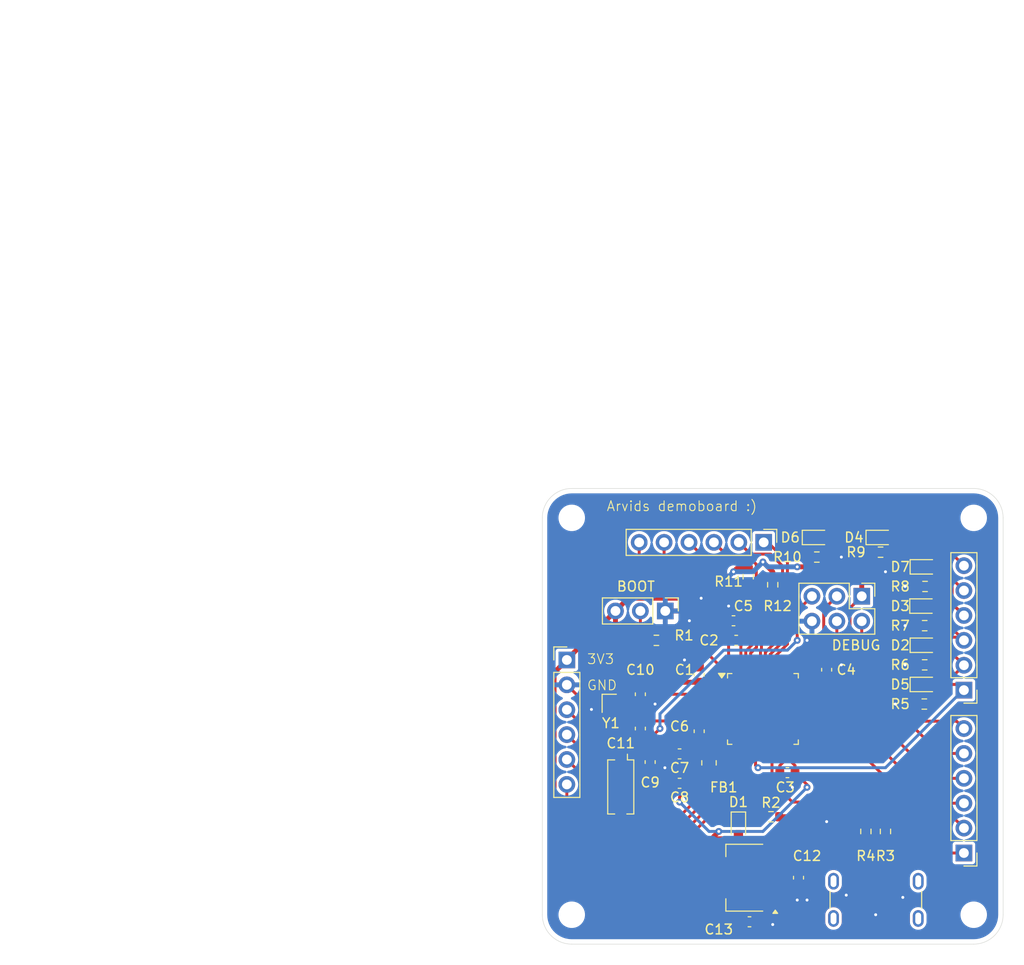
<source format=kicad_pcb>
(kicad_pcb (version 20240108) (generator "pcbnew") (generator_version "8.0")
  (layers (0 "F.Cu" signal) (31 "B.Cu" power) (34 "B.Paste" user) (35 "F.Paste" user) (36 "B.SilkS" user "B.Silkscreen") (37 "F.SilkS" user "F.Silkscreen") (38 "B.Mask" user) (39 "F.Mask" user) (44 "Edge.Cuts" user))
  (net 0 "")
  (net 1 "GND")
  (net 2 "+3V3")
  (net 3 "+3.3VA")
  (net 4 "NRST")
  (net 5 "HSE_IN")
  (net 6 "HSE_OUT")
  (net 7 "VBUS")
  (net 8 "Net-(D1-K)")
  (net 9 "/LED2")
  (net 10 "Net-(D2-K)")
  (net 11 "/LED3")
  (net 12 "Net-(D3-K)")
  (net 13 "Net-(D4-K)")
  (net 14 "/LED5")
  (net 15 "Net-(D5-K)")
  (net 16 "/LED1")
  (net 17 "Net-(D6-K)")
  (net 18 "/LED6")
  (net 19 "/LED4")
  (net 20 "Net-(D7-K)")
  (net 23 "Net-(J1-CC2)")
  (net 25 "Net-(J1-CC1)")
  (net 27 "SWO")
  (net 28 "SWCLK")
  (net 29 "SWDIO")
  (net 30 "Net-(J3-Pin_4)")
  (net 31 "Net-(J3-Pin_3)")
  (net 32 "Net-(J3-Pin_6)")
  (net 33 "Net-(J3-Pin_5)")
  (net 34 "Net-(J4-Pin_3)")
  (net 35 "Net-(J4-Pin_4)")
  (net 36 "Net-(J4-Pin_5)")
  (net 37 "Net-(J4-Pin_6)")
  (net 38 "Net-(J4-Pin_2)")
  (net 39 "Net-(J4-Pin_1)")
  (net 40 "Net-(J5-Pin_1)")
  (net 41 "/I2C_SCL")
  (net 42 "/I2C_SDA")
  (net 43 "Net-(J5-Pin_2)")
  (net 44 "Net-(SW1-B)")
  (net 45 "Net-(U1-BOOT0)")
  (net 51 "Net-(J5-Pin_5)")
  (net 52 "Net-(J5-Pin_6)")
  (footprint "Connector_PinHeader_2.54mm:PinHeader_2x03_P2.54mm_Vertical" (layer "F.Cu") (at 82.58 64.5 -90)
    (property "Reference" "DEBUG")
    (property "Value" "Debug")
  )
  (footprint "Resistor_SMD:R_0603_1608Metric" (layer "F.Cu") (at 88.9625 75.5 180)
    (property "Reference" "R5")
    (property "Value" "1k5")
  )
  (footprint "Resistor_SMD:R_0603_1608Metric" (layer "F.Cu") (at 89 71.5 180)
    (property "Reference" "R6")
    (property "Value" "1k5")
  )
  (footprint "LED_SMD:LED_0603_1608Metric" (layer "F.Cu") (at 89 61.5)
    (property "Reference" "D7")
    (property "Value" "LED")
  )
  (footprint "Resistor_SMD:R_0805_2012Metric" (layer "F.Cu") (at 67 81.5 -90)
    (property "Reference" "FB1")
    (property "Value" "FerriteBead")
  )
  (footprint "MountingHole:MountingHole_2.2mm_M2" (layer "F.Cu") (at 94 56.5)
    (property "Reference" "H2" (hide yes))
    (property "Value" "MountingHole")
  )
  (footprint "Capacitor_SMD:C_0603_1608Metric" (layer "F.Cu") (at 64 80.5875 180)
    (property "Reference" "C7")
    (property "Value" "1u")
  )
  (footprint "Capacitor_SMD:C_0603_1608Metric" (layer "F.Cu") (at 69.5 67)
    (property "Reference" "C5")
    (property "Value" "10u")
  )
  (footprint "LED_SMD:LED_0603_1608Metric" (layer "F.Cu") (at 84.5 58.5)
    (property "Reference" "D4")
    (property "Value" "LED")
  )
  (footprint "Connector_USB:USB_C_Receptacle_GCT_USB4125-xx-x_6P_TopMnt_Horizontal" (layer "F.Cu") (at 84.02 96.58)
    (property "Reference" "J1" (hide yes))
    (property "Value" "USB C 6 pin")
  )
  (footprint "Capacitor_SMD:C_0603_1608Metric" (layer "F.Cu") (at 75 82.5 180)
    (property "Reference" "C3")
    (property "Value" "100n")
  )
  (footprint "LED_SMD:LED_0603_1608Metric" (layer "F.Cu") (at 88.9625 65.5)
    (property "Reference" "D3")
    (property "Value" "LED")
  )
  (footprint "Resistor_SMD:R_0603_1608Metric" (layer "F.Cu") (at 89.0375 63.5 180)
    (property "Reference" "R8")
    (property "Value" "1k5")
  )
  (footprint "Package_TO_SOT_SMD:SOT-223-3_TabPin2" (layer "F.Cu") (at 70.63 93.22 180)
    (property "Reference" "U2" (hide yes))
    (property "Value" "")
  )
  (footprint "Capacitor_SMD:C_0603_1608Metric" (layer "F.Cu") (at 79 72 -90)
    (property "Reference" "C4")
    (property "Value" "100n")
  )
  (footprint "Resistor_SMD:R_0603_1608Metric" (layer "F.Cu") (at 71 62.5 -90)
    (property "Reference" "R11")
    (property "Value" "1k5")
  )
  (footprint "Package_QFP:LQFP-48_7x7mm_P0.5mm" (layer "F.Cu") (at 72.5 76)
    (property "Reference" "U1" (hide yes))
    (property "Value" "STM32F103C8T6")
  )
  (footprint "Resistor_SMD:R_0603_1608Metric" (layer "F.Cu") (at 89 67.5 180)
    (property "Reference" "R7")
    (property "Value" "1k5")
  )
  (footprint "Capacitor_SMD:C_0603_1608Metric" (layer "F.Cu") (at 66 78.275 90)
    (property "Reference" "C6")
    (property "Value" "10n")
  )
  (footprint "Resistor_SMD:R_0603_1608Metric" (layer "F.Cu") (at 78 60.5)
    (property "Reference" "R10")
    (property "Value" "1k5")
  )
  (footprint "Capacitor_SMD:C_0603_1608Metric" (layer "F.Cu") (at 69.775 69)
    (property "Reference" "C2")
    (property "Value" "100n")
  )
  (footprint "Capacitor_SMD:C_0603_1608Metric" (layer "F.Cu") (at 64 83.5875 180)
    (property "Reference" "C8")
    (property "Value" "1u")
  )
  (footprint "Connector_PinHeader_2.54mm:PinHeader_1x06_P2.54mm_Vertical" (layer "F.Cu") (at 93 74.08 180)
    (property "Reference" "J6" (hide yes))
    (property "Value" "PBD")
  )
  (footprint "Resistor_SMD:R_0603_1608Metric" (layer "F.Cu") (at 73.5 63.325 -90)
    (property "Reference" "R12")
    (property "Value" "1k5")
  )
  (footprint "LED_SMD:LED_0603_1608Metric" (layer "F.Cu") (at 78 58.5)
    (property "Reference" "D6")
    (property "Value" "LED")
  )
  (footprint "LED_SMD:LED_0603_1608Metric" (layer "F.Cu") (at 89 73.5)
    (property "Reference" "D5")
    (property "Value" "LED")
  )
  (footprint "Capacitor_SMD:C_0603_1608Metric" (layer "F.Cu") (at 76.13 93.22 -90)
    (property "Reference" "C12")
    (property "Value" "10u")
  )
  (footprint "Capacitor_SMD:C_0603_1608Metric" (layer "F.Cu") (at 61 81.42 -90)
    (property "Reference" "C9")
    (property "Value" "100n")
  )
  (footprint "Resistor_SMD:R_0603_1608Metric" (layer "F.Cu") (at 83 88.5 90)
    (property "Reference" "R4")
    (property "Value" "5k1")
  )
  (footprint "MountingHole:MountingHole_2.2mm_M2" (layer "F.Cu") (at 94 97)
    (property "Reference" "H4" (hide yes))
    (property "Value" "MountingHole")
  )
  (footprint "Resistor_SMD:R_0603_1608Metric" (layer "F.Cu") (at 61.635 69)
    (property "Reference" "R1")
    (property "Value" "10k")
  )
  (footprint "Capacitor_SMD:C_0603_1608Metric" (layer "F.Cu") (at 60 74.5 -90)
    (property "Reference" "C10")
    (property "Value" "8p")
  )
  (footprint "Oscillator:Oscillator_SMD_Abracon_ASCO-4Pin_1.6x1.2mm" (layer "F.Cu") (at 56.9 75.5)
    (property "Reference" "Y1")
    (property "Value" "32MHz")
  )
  (footprint "Connector_PinHeader_2.54mm:PinHeader_1x03_P2.54mm_Vertical" (layer "F.Cu") (at 62.54 66 -90)
    (property "Reference" "BOOT")
    (property "Value" "SW_BOOT")
  )
  (footprint "Connector_PinHeader_2.54mm:PinHeader_1x06_P2.54mm_Vertical" (layer "F.Cu") (at 93 90.7 180)
    (property "Reference" "J4" (hide yes))
    (property "Value" "PBB")
  )
  (footprint "LED_SMD:LED_0603_1608Metric" (layer "F.Cu") (at 89 69.5)
    (property "Reference" "D2")
    (property "Value" "LED")
  )
  (footprint "Button_Switch_SMD:SW_DIP_SPSTx01_Slide_Copal_CHS-01A_W5.08mm_P1.27mm_JPin" (layer "F.Cu") (at 58 83.96 -90)
    (property "Reference" "SW2" (hide yes))
    (property "Value" "SW_RST")
  )
  (footprint "Resistor_SMD:R_0603_1608Metric" (layer "F.Cu") (at 84.5 60)
    (property "Reference" "R9")
    (property "Value" "1k5")
  )
  (footprint "Resistor_SMD:R_0603_1608Metric" (layer "F.Cu") (at 73.325 87)
    (property "Reference" "R2")
    (property "Value" "1k5")
  )
  (footprint "Capacitor_SMD:C_0603_1608Metric" (layer "F.Cu") (at 71.13 97.72)
    (property "Reference" "C13")
    (property "Value" "22u")
  )
  (footprint "MountingHole:MountingHole_2.2mm_M2" (layer "F.Cu") (at 53 56.5)
    (property "Reference" "H1" (hide yes))
    (property "Value" "MountingHole")
  )
  (footprint "Connector_PinHeader_2.54mm:PinHeader_1x06_P2.54mm_Vertical" (layer "F.Cu") (at 72.58 59 -90)
    (property "Reference" "J5" (hide yes))
    (property "Value" "PBC")
  )
  (footprint "Resistor_SMD:R_0603_1608Metric" (layer "F.Cu") (at 85 88.5 90)
    (property "Reference" "R3")
    (property "Value" "5k1")
  )
  (footprint "Connector_PinHeader_2.54mm:PinHeader_1x06_P2.54mm_Vertical" (layer "F.Cu") (at 52.5 71)
    (property "Reference" "J3" (hide yes))
    (property "Value" "PBA")
  )
  (footprint "Capacitor_SMD:C_0603_1608Metric" (layer "F.Cu") (at 60 78 -90)
    (property "Reference" "C11")
    (property "Value" "8p")
  )
  (footprint "LED_SMD:LED_0603_1608Metric" (layer "F.Cu") (at 70 88 -90)
    (property "Reference" "D1")
    (property "Value" "RED")
  )
  (footprint "MountingHole:MountingHole_2.2mm_M2" (layer "F.Cu") (at 53 97)
    (property "Reference" "H3" (hide yes))
    (property "Value" "MountingHole")
  )
  (footprint "Capacitor_SMD:C_0603_1608Metric" (layer "F.Cu") (at 66 72.5 90)
    (property "Reference" "C1")
    (property "Value" "100n")
  )
  (gr_line (start 94 53.5) (end 53 53.5) (stroke (width 0.05)) (layer "Edge.Cuts"))
  (gr_line (start 50 56.5) (end 50 97) (stroke (width 0.05)) (layer "Edge.Cuts"))
  (gr_arc (start 94 53.5) (mid 96.12132 54.37868) (end 97 56.5) (stroke (width 0.05)) (layer "Edge.Cuts"))
  (gr_arc (start 50 56.5) (mid 50.87868 54.37868) (end 53 53.5) (stroke (width 0.05)) (layer "Edge.Cuts"))
  (gr_arc (start 53 100) (mid 50.87868 99.12132) (end 50 97) (stroke (width 0.05)) (layer "Edge.Cuts"))
  (gr_line (start 97 97) (end 97 56.5) (stroke (width 0.05)) (layer "Edge.Cuts"))
  (gr_line (start 53 100) (end 94 100) (stroke (width 0.05)) (layer "Edge.Cuts"))
  (gr_arc (start 97 97) (mid 96.12132 99.12132) (end 94 100) (stroke (width 0.05)) (layer "Edge.Cuts"))
  (gr_text "3V3" (at 54.5 71.5 0) (layer "F.SilkS") (effects (font (size 1 1) (thickness 0.1)) (justify left bottom)))
  (gr_text "GND\n" (at 54.5 73 0) (layer "F.SilkS") (effects (font (size 1 1) (thickness 0.1)) (justify left top)))
  (gr_text "Arvids demoboard :)\n\n" (at 56.5 57.5 0) (layer "F.SilkS") (effects (font (size 1 1) (thickness 0.1)) (justify left bottom)))
  (segment (start 74.225 81.775) (end 74.225 82.5) (width 0.3) (layer "F.Cu") (net 1))
  (segment (start 56.5 76.05) (end 56.5 76.65) (width 0.3) (layer "F.Cu") (net 1))
  (segment (start 79.675 87.675) (end 79.175 87.675) (width 0.5) (layer "F.Cu") (net 1))
  (segment (start 78.025 73.75) (end 79 72.775) (width 0.3) (layer "F.Cu") (net 1))
  (segment (start 60 75.275) (end 61.275 75.275) (width 0.3) (layer "F.Cu") (net 1))
  (segment (start 66 77.5) (end 63.225 80.275) (width 0.3) (layer "F.Cu") (net 1))
  (segment (start 79 72.775) (end 80.275 71.5) (width 0.3) (layer "F.Cu") (net 1))
  (segment (start 70.25 69.525) (end 70.775 69) (width 0.3) (layer "F.Cu") (net 1))
  (segment (start 73.78 95.52) (end 73.78 95.845) (width 0.5) (layer "F.Cu") (net 1))
  (segment (start 78.825 60.5) (end 80.5 60.5) (width 0.3) (layer "F.Cu") (net 1))
  (segment (start 63.225 80.275) (end 63.225 80.5875) (width 0.3) (layer "F.Cu") (net 1))
  (segment (start 85.2875 60.7125) (end 85.325 60.7125) (width 0.3) (layer "F.Cu") (net 1))
  (segment (start 79 87) (end 79 87.5) (width 0.5) (layer "F.Cu") (net 1))
  (segment (start 76.13 93.995) (end 76.3175 94.1825) (width 0.5) (layer "F.Cu") (net 1))
  (segment (start 56.5 76.65) (end 58.625 78.775) (width 0.3) (layer "F.Cu") (net 1))
  (segment (start 77.5 68.5) (end 77 69) (width 0.3) (layer "F.Cu") (net 1))
  (segment (start 57.3 74.95) (end 59.675 74.95) (width 0.3) (layer "F.Cu") (net 1))
  (segment (start 62.54 66) (end 64 66) (width 0.5) (layer "F.Cu") (net 1))
  (segment (start 79 87) (end 79 87) (width 0.5) (layer "F.Cu") (net 1))
  (segment (start 63.225 83.5875) (end 63.225 82.725) (width 0.5) (layer "F.Cu") (net 1))
  (segment (start 85 62) (end 85 61) (width 0.3) (layer "F.Cu") (net 1))
  (segment (start 79 87) (end 79.675 87.675) (width 0.5) (layer "F.Cu") (net 1))
  (segment (start 68.3375 76.75) (end 67.25 76.75) (width 0.3) (layer "F.Cu") (net 1))
  (segment (start 74.75 81.25) (end 74.225 81.775) (width 0.3) (layer "F.Cu") (net 1))
  (segment (start 88.175 67.5) (end 87 67.5) (width 0.3) (layer "F.Cu") (net 1))
  (segment (start 55.01 76.05) (end 56.5 76.05) (width 0.3) (layer "F.Cu") (net 1))
  (segment (start 62.5 82) (end 61.195 82) (width 0.5) (layer "F.Cu") (net 1))
  (segment (start 70.55 67.275) (end 70.275 67) (width 0.5) (layer "F.Cu") (net 1))
  (segment (start 65.225 71.725) (end 64.5 71) (width 0.3) (layer "F.Cu") (net 1))
  (segment (start 58.625 78.775) (end 60 78.775) (width 0.3) (layer "F.Cu") (net 1))
  (segment (start 88.1375 75.5) (end 86 75.5) (width 0.3) (layer "F.Cu") (net 1))
  (segment (start 55.01 76.05) (end 52.5 73.54) (width 0.3) (layer "F.Cu") (net 1))
  (segment (start 74.15 87) (end 78.5 87) (width 0.5) (layer "F.Cu") (net 1))
  (segment (start 62.5 81.3125) (end 63.225 80.5875) (width 0.5) (layer "F.Cu") (net 1))
  (segment (start 58 86.5) (end 62.5 82) (width 0.5) (layer "F.Cu") (net 1))
  (segment (start 85 61) (end 85.2875 60.7125) (width 0.3) (layer "F.Cu") (net 1))
  (segment (start 70.275 66.775) (end 69 65.5) (width 0.5) (layer "F.Cu") (net 1))
  (segment (start 74.225 82.725) (end 75.5 84) (width 0.5) (layer "F.Cu") (net 1))
  (segment (start 77.5 67.04) (end 77.5 68.5) (width 0.3) (layer "F.Cu") (net 1))
  (segment (start 61.195 82) (end 61 82.195) (width 0.5) (layer "F.Cu") (net 1))
  (segment (start 88.2125 63.5) (end 87 63.5) (width 0.3) (layer "F.Cu") (net 1))
  (segment (start 74.75 80.1625) (end 74.75 81.25) (width 0.3) (layer "F.Cu") (net 1))
  (segment (start 67.25 76.75) (end 66.5 77.5) (width 0.3) (layer "F.Cu") (net 1))
  (segment (start 79.675 87.675) (end 85 87.675) (width 0.5) (layer "F.Cu") (net 1))
  (segment (start 88.175 71.5) (end 87 71.5) (width 0.3) (layer "F.Cu") (net 1))
  (segment (start 66 71.725) (end 65.225 71.725) (width 0.3) (layer "F.Cu") (net 1))
  (segment (start 59.675 74.95) (end 60 75.275) (width 0.3) (layer "F.Cu") (net 1))
  (segment (start 61.275 75.275) (end 61.5 75.5) (width 0.3) (layer "F.Cu") (net 1))
  (segment (start 74.225 82.5) (end 74.225 82.725) (width 0.5) (layer "F.Cu") (net 1))
  (segment (start 70.25 71.8375) (end 70.25 69.525) (width 0.3) (layer "F.Cu") (net 1))
  (segment (start 63.225 82.725) (end 62.5 82) (width 0.5) (layer "F.Cu") (net 1))
  (segment (start 80.275 71.5) (end 80.5 71.5) (width 0.3) (layer "F.Cu") (net 1))
  (segment (start 70.275 67) (end 70.275 66.775) (width 0.5) (layer "F.Cu") (net 1))
  (segment (start 79.175 87.675) (end 79 87.5) (width 0.5) (layer "F.Cu") (net 1))
  (segment (start 85.325 60.7125) (end 85.325 60) (width 0.3) (layer "F.Cu") (net 1))
  (segment (start 78.5 87) (end 79 87) (width 0.5) (layer "F.Cu") (net 1))
  (segment (start 73.78 95.52) (end 74.02 95.52) (width 0.5) (layer "F.Cu") (net 1))
  (segment (start 86.77 95.23) (end 86.77 93.5) (width 0.5) (layer "F.Cu") (net 1))
  (segment (start 64 66) (end 65 67) (width 0.5) (layer "F.Cu") (net 1))
  (segment (start 70.55 69) (end 70.55 67.275) (width 0.5) (layer "F.Cu") (net 1))
  (segment (start 62.5 82) (end 62.5 81.3125) (width 0.5) (layer "F.Cu") (net 1))
  (segment (start 66.5 77.5) (end 66 77.5) (width 0.3) (layer "F.Cu") (net 1))
  (segment (start 78.5 87) (end 79 87.5) (width 0.5) (layer "F.Cu") (net 1))
  (segment (start 76.6625 73.75) (end 78.025 73.75) (width 0.3) (layer "F.Cu") (net 1))
  (via (at 80.5 71.5) (size 0.7) (drill 0.3) (layers "F.Cu" "B.Cu") (net 1))
  (via (at 87 71.5) (size 0.7) (drill 0.3) (layers "F.Cu" "B.Cu") (net 1))
  (via (at 84 97) (size 0.7) (drill 0.3) (layers "F.Cu" "B.Cu") (net 1))
  (via (at 80.5 60.5) (size 0.7) (drill 0.3) (layers "F.Cu" "B.Cu") (net 1))
  (via (at 86 75.5) (size 0.7) (drill 0.3) (layers "F.Cu" "B.Cu") (net 1))
  (via (at 87 67.5) (size 0.7) (drill 0.3) (layers "F.Cu" "B.Cu") (net 1))
  (via (at 86.77 95.23) (size 0.7) (drill 0.3) (layers "F.Cu" "B.Cu") (net 1))
  (via (at 62.5 82) (size 0.7) (drill 0.3) (layers "F.Cu" "B.Cu") (net 1))
  (via (at 64.5 71) (size 0.7) (drill 0.3) (layers "F.Cu" "B.Cu") (net 1))
  (via (at 65 67) (size 0.7) (drill 0.3) (layers "F.Cu" "B.Cu") (net 1))
  (via (at 85 62) (size 0.7) (drill 0.3) (layers "F.Cu" "B.Cu") (net 1))
  (via (at 75.5 84) (size 0.7) (drill 0.3) (layers "F.Cu" "B.Cu") (net 1))
  (via (at 77 69) (size 0.7) (drill 0.3) (layers "F.Cu" "B.Cu") (net 1))
  (via (at 79 87.5) (size 0.7) (drill 0.3) (layers "F.Cu" "B.Cu") (net 1))
  (via (at 81 95) (size 0.7) (drill 0.3) (layers "F.Cu" "B.Cu") (net 1))
  (via (at 87 63.5) (size 0.7) (drill 0.3) (layers "F.Cu" "B.Cu") (net 1))
  (via (at 73.5 98) (size 0.7) (drill 0.3) (layers "F.Cu" "B.Cu") (net 1))
  (via (at 61.5 75.5) (size 0.7) (drill 0.3) (layers "F.Cu" "B.Cu") (net 1))
  (via (at 77 95.5) (size 0.7) (drill 0.3) (layers "F.Cu" "B.Cu") (net 1))
  (via (at 76 95.5) (size 0.7) (drill 0.3) (layers "F.Cu" "B.Cu") (net 1))
  (via (at 55.01 76.05) (size 0.7) (drill 0.3) (layers "F.Cu" "B.Cu") (net 1))
  (via (at 69 65.5) (size 0.7) (drill 0.3) (layers "F.Cu" "B.Cu") (net 1))
  (segment (start 57.46 67.202081) (end 63.532919 73.275) (width 0.5) (layer "F.Cu") (net 2))
  (segment (start 64.775 83.5875) (end 65.825 83.5875) (width 0.3) (layer "F.Cu") (net 2))
  (segment (start 73.5 62.5) (end 73.5 62) (width 0.5) (layer "F.Cu") (net 2))
  (segment (start 66.2 64.7) (end 58.76 64.7) (width 0.5) (layer "F.Cu") (net 2))
  (segment (start 82 62.5) (end 81 61.5) (width 0.5) (layer "F.Cu") (net 2))
  (segment (start 64.775 83.5875) (end 64.775 84.225) (width 0.3) (layer "F.Cu") (net 2))
  (segment (start 64 85) (end 64 85.5) (width 0.3) (layer "F.Cu") (net 2))
  (segment (start 67.48 93.22) (end 57.871472 93.22) (width 0.5) (layer "F.Cu") (net 2))
  (segment (start 67.5 89) (end 67.5 89.5) (width 0.5) (layer "F.Cu") (net 2))
  (segment (start 66.025 73.25) (end 66 73.275) (width 0.3) (layer "F.Cu") (net 2))
  (segment (start 68.5 67) (end 68.725 67) (width 0.5) (layer "F.Cu") (net 2))
  (segment (start 77.475 73.005592) (end 79 71.480592) (width 0.3) (layer "F.Cu") (net 2))
  (segment (start 66.2 64.7) (end 68.5 67) (width 0.5) (layer "F.Cu") (net 2))
  (segment (start 69.75 71.8375) (end 69.75 71.25) (width 0.3) (layer "F.Cu") (net 2))
  (segment (start 75.775 81.775) (end 75.775 82.5) (width 0.3) (layer "F.Cu") (net 2))
  (segment (start 75.25 81.25) (end 75.775 81.775) (width 0.3) (layer "F.Cu") (net 2))
  (segment (start 81.38 65.7) (end 82.58 64.5) (width 0.3) (layer "F.Cu") (net 2))
  (segment (start 76.6625 73.25) (end 76.906908 73.005592) (width 0.3) (layer "F.Cu") (net 2))
  (segment (start 65.825 83.5875) (end 67 82.4125) (width 0.3) (layer "F.Cu") (net 2))
  (segment (start 68 88.5) (end 67.5 89) (width 0.5) (layer "F.Cu") (net 2))
  (segment (start 58.76 64.7) (end 57.46 66) (width 0.5) (layer "F.Cu") (net 2))
  (segment (start 69 69.225) (end 69.225 69) (width 0.3) (layer "F.Cu") (net 2))
  (segment (start 68.725 67) (end 68.725 68.725) (width 0.5) (layer "F.Cu") (net 2))
  (segment (start 57.46 66) (end 57.46 67.202081) (width 0.5) (layer "F.Cu") (net 2))
  (segment (start 51.2 86.548528) (end 51.2 72.3) (width 0.5) (layer "F.Cu") (net 2))
  (segment (start 64.775 84.225) (end 64 85) (width 0.3) (layer "F.Cu") (net 2))
  (segment (start 52.5 71) (end 52.5 70.96) (width 0.5) (layer "F.Cu") (net 2))
  (segment (start 77 83.725) (end 77 84) (width 0.3) (layer "F.Cu") (net 2))
  (segment (start 82.58 63.08) (end 82 62.5) (width 0.5) (layer "F.Cu") (net 2))
  (segment (start 69.75 71.25) (end 69 70.5) (width 0.3) (layer "F.Cu") (net 2))
  (segment (start 73.5 62) (end 72.5 61) (width 0.5) (layer "F.Cu") (net 2))
  (segment (start 79 71.480592) (end 79 71.225) (width 0.3) (layer "F.Cu") (net 2))
  (segment (start 69.825 61.675) (end 69.5 62) (width 0.5) (layer "F.Cu") (net 2))
  (segment (start 68.3375 73.25) (end 66.025 73.25) (width 0.3) (layer "F.Cu") (net 2))
  (segment (start 68.725 68.725) (end 69 69) (width 0.5) (layer "F.Cu") (net 2))
  (segment (start 69 70.5) (end 69 69.225) (width 0.3) (layer "F.Cu") (net 2))
  (segment (start 79 71.225) (end 81.38 68.845) (width 0.3) (layer "F.Cu") (net 2))
  (segment (start 82.58 64.5) (end 82.58 63.08) (width 0.5) (layer "F.Cu") (net 2))
  (segment (start 81.38 68.845) (end 81.38 65.7) (width 0.3) (layer "F.Cu") (net 2))
  (segment (start 75.775 82.5) (end 77 83.725) (width 0.3) (layer "F.Cu") (net 2))
  (segment (start 57.871472 93.22) (end 51.2 86.548528) (width 0.5) (layer "F.Cu") (net 2))
  (segment (start 71 61.675) (end 69.825 61.675) (width 0.5) (layer "F.Cu") (net 2))
  (segment (start 76.906908 73.005592) (end 77.475 73.005592) (width 0.3) (layer "F.Cu") (net 2))
  (segment (start 63.532919 73.275) (end 66 73.275) (width 0.5) (layer "F.Cu") (net 2))
  (segment (start 51.2 72.3) (end 52.5 71) (width 0.5) (layer "F.Cu") (net 2))
  (segment (start 81 61.5) (end 76 61.5) (width 0.5) (layer "F.Cu") (net 2))
  (segment (start 75.25 80.1625) (end 75.25 81.25) (width 0.3) (layer "F.Cu") (net 2))
  (segment (start 52.5 70.96) (end 57.46 66) (width 0.5) (layer "F.Cu") (net 2))
  (via (at 69.5 62) (size 0.7) (drill 0.3) (layers "F.Cu" "B.Cu") (net 2))
  (via (at 66.2 64.7) (size 0.7) (drill 0.3) (layers "F.Cu" "B.Cu") (net 2))
  (via (at 76 61.5) (size 0.7) (drill 0.3) (layers "F.Cu" "B.Cu") (net 2))
  (via (at 72.5 61) (size 0.7) (drill 0.3) (layers "F.Cu" "B.Cu") (net 2))
  (via (at 64 85.5) (size 0.7) (drill 0.3) (layers "F.Cu" "B.Cu") (net 2))
  (via (at 77 84) (size 0.7) (drill 0.3) (layers "F.Cu" "B.Cu") (net 2))
  (via (at 68 88.5) (size 0.7) (drill 0.3) (layers "F.Cu" "B.Cu") (net 2))
  (segment (start 76 61.5) (end 73 61.5) (width 0.5) (layer "B.Cu") (net 2))
  (segment (start 72.5 88.5) (end 68 88.5) (width 0.3) (layer "B.Cu") (net 2))
  (segment (start 73 61.5) (end 72.5 61) (width 0.5) (layer "B.Cu") (net 2))
  (segment (start 67 88.5) (end 68 88.5) (width 0.3) (layer "B.Cu") (net 2))
  (segment (start 64 85.5) (end 67 88.5) (width 0.3) (layer "B.Cu") (net 2))
  (segment (start 72.5 61) (end 71.5 62) (width 0.5) (layer "B.Cu") (net 2))
  (segment (start 66.8 64.7) (end 69.5 62) (width 0.5) (layer "B.Cu") (net 2))
  (segment (start 71.5 62) (end 69.5 62) (width 0.5) (layer "B.Cu") (net 2))
  (segment (start 77 84) (end 72.5 88.5) (width 0.3) (layer "B.Cu") (net 2))
  (segment (start 66.2 64.7) (end 66.8 64.7) (width 0.5) (layer "B.Cu") (net 2))
  (segment (start 67 77.74688) (end 67 78.05) (width 0.3) (layer "F.Cu") (net 3))
  (segment (start 67 78.05) (end 66 79.05) (width 0.3) (layer "F.Cu") (net 3))
  (segment (start 67.49688 77.25) (end 67 77.74688) (width 0.3) (layer "F.Cu") (net 3))
  (segment (start 66 79.05) (end 66 79.5875) (width 0.5) (layer "F.Cu") (net 3))
  (segment (start 64.775 80.5875) (end 67 80.5875) (width 0.5) (layer "F.Cu") (net 3))
  (segment (start 66 79.5875) (end 67 80.5875) (width 0.5) (layer "F.Cu") (net 3))
  (segment (start 68.3375 77.25) (end 67.49688 77.25) (width 0.3) (layer "F.Cu") (net 3))
  (segment (start 58 81.42) (end 59.58 81.42) (width 0.3) (layer "F.Cu") (net 4))
  (segment (start 61 79) (end 61 80.645) (width 0.3) (layer "F.Cu") (net 4))
  (segment (start 76 66) (end 76 69) (width 0.3) (layer "F.Cu") (net 4))
  (segment (start 67.042894 76.25) (end 66.792894 76.5) (width 0.3) (layer "F.Cu") (net 4))
  (segment (start 62 78) (end 61 79) (width 0.3) (layer "F.Cu") (net 4))
  (segment (start 66.792894 76.5) (end 65 76.5) (width 0.3) (layer "F.Cu") (net 4))
  (segment (start 59.58 81.42) (end 60.355 80.645) (width 0.3) (layer "F.Cu") (net 4))
  (segment (start 61 80.645) (end 61 80.5) (width 0.3) (layer "F.Cu") (net 4))
  (segment (start 68.3375 76.25) (end 67.042894 76.25) (width 0.3) (layer "F.Cu") (net 4))
  (segment (start 60.355 80.645) (end 61 80.645) (width 0.3) (layer "F.Cu") (net 4))
  (segment (start 77.5 64.5) (end 76 66) (width 0.3) (layer "F.Cu") (net 4))
  (segment (start 61 80.5) (end 65 76.5) (width 0.3) (layer "F.Cu") (net 4))
  (via (at 76 69) (size 0.7) (drill 0.3) (layers "F.Cu" "B.Cu") (net 4))
  (via (at 62 78) (size 0.7) (drill 0.3) (layers "F.Cu" "B.Cu") (net 4))
  (segment (start 62 76.5) (end 62 78) (width 0.3) (layer "B.Cu") (net 4))
  (segment (start 75 70) (end 68.5 70) (width 0.3) (layer "B.Cu") (net 4))
  (segment (start 76 69) (end 75 70) (width 0.3) (layer "B.Cu") (net 4))
  (segment (start 68.5 70) (end 62 76.5) (width 0.3) (layer "B.Cu") (net 4))
  (segment (start 63 74.5) (end 62.225 73.725) (width 0.3) (layer "F.Cu") (net 5))
  (segment (start 67.49688 75.25) (end 66.74688 74.5) (width 0.3) (layer "F.Cu") (net 5))
  (segment (start 56.5 74.35) (end 56.5 74.95) (width 0.3) (layer "F.Cu") (net 5))
  (segment (start 66.74688 74.5) (end 63 74.5) (width 0.3) (layer "F.Cu") (net 5))
  (segment (start 60 73.725) (end 57.125 73.725) (width 0.3) (layer "F.Cu") (net 5))
  (segment (start 62.225 73.725) (end 60 73.725) (width 0.3) (layer "F.Cu") (net 5))
  (segment (start 57.125 73.725) (end 56.5 74.35) (width 0.3) (layer "F.Cu") (net 5))
  (segment (start 68.3375 75.25) (end 67.49688 75.25) (width 0.3) (layer "F.Cu") (net 5))
  (segment (start 57.3 76.05) (end 58.25 76.05) (width 0.3) (layer "F.Cu") (net 6))
  (segment (start 58.25 76.05) (end 59.425 77.225) (width 0.3) (layer "F.Cu") (net 6))
  (segment (start 64.25 75.75) (end 62.775 77.225) (width 0.3) (layer "F.Cu") (net 6))
  (segment (start 68.3375 75.75) (end 64.25 75.75) (width 0.3) (layer "F.Cu") (net 6))
  (segment (start 60 77.225) (end 59.425 77.225) (width 0.3) (layer "F.Cu") (net 6))
  (segment (start 62.775 77.225) (end 60 77.225) (width 0.3) (layer "F.Cu") (net 6))
  (segment (start 85.54 93.5) (end 85.54 94.1) (width 0.5) (layer "F.Cu") (net 7))
  (segment (start 85.54 94.1) (end 85.09 94.55) (width 0.5) (layer "F.Cu") (net 7))
  (segment (start 82.5 94) (end 82.5 93.5) (width 0.5) (layer "F.Cu") (net 7))
  (segment (start 85.09 94.55) (end 83.05 94.55) (width 0.5) (layer "F.Cu") (net 7))
  (segment (start 83.05 94.55) (end 82.5 94) (width 0.5) (layer "F.Cu") (net 7))
  (segment (start 76.295 92.28) (end 76.13 92.445) (width 0.5) (layer "F.Cu") (net 7))
  (segment (start 72.2875 87.2125) (end 72.5 87) (width 0.5) (layer "F.Cu") (net 8))
  (segment (start 70 87.2125) (end 72.2875 87.2125) (width 0.5) (layer "F.Cu") (net 8))
  (segment (start 90.96 69.5) (end 93 71.54) (width 0.3) (layer "F.Cu") (net 9))
  (segment (start 93 71.54) (end 91.865 72.675) (width 0.3) (layer "F.Cu") (net 9))
  (segment (start 89.7875 69.5) (end 90.96 69.5) (width 0.3) (layer "F.Cu") (net 9))
  (segment (start 81.75 76.75) (end 76.6625 76.75) (width 0.3) (layer "F.Cu") (net 9))
  (segment (start 91.865 72.675) (end 85.825 72.675) (width 0.3) (layer "F.Cu") (net 9))
  (segment (start 85.825 72.675) (end 81.75 76.75) (width 0.3) (layer "F.Cu") (net 9))
  (segment (start 89.825 71.325) (end 89.825 71.5) (width 0.3) (layer "F.Cu") (net 10))
  (segment (start 88.2125 69.7125) (end 89.825 71.325) (width 0.3) (layer "F.Cu") (net 10))
  (segment (start 88.2125 69.5) (end 88.2125 69.7125) (width 0.3) (layer "F.Cu") (net 10))
  (segment (start 91.5 67.5) (end 93 69) (width 0.3) (layer "F.Cu") (net 11))
  (segment (start 87 69.427104) (end 87.752104 68.675) (width 0.3) (layer "F.Cu") (net 11))
  (segment (start 91.5 66.5) (end 91.5 67.5) (width 0.3) (layer "F.Cu") (net 11))
  (segment (start 80.713552 76.25) (end 87 69.963552) (width 0.3) (layer "F.Cu") (net 11))
  (segment (start 89.75 65.5) (end 90.5 65.5) (width 0.3) (layer "F.Cu") (net 11))
  (segment (start 90.5 65.5) (end 91.5 66.5) (width 0.3) (layer "F.Cu") (net 11))
  (segment (start 87 69.963552) (end 87 69.427104) (width 0.3) (layer "F.Cu") (net 11))
  (segment (start 76.6625 76.25) (end 80.713552 76.25) (width 0.3) (layer "F.Cu") (net 11))
  (segment (start 87.752104 68.675) (end 92.675 68.675) (width 0.3) (layer "F.Cu") (net 11))
  (segment (start 92.675 68.675) (end 93 69) (width 0.3) (layer "F.Cu") (net 11))
  (segment (start 88.175 65.5) (end 88.175 65.675) (width 0.3) (layer "F.Cu") (net 12))
  (segment (start 89.825 67.325) (end 89.825 67.5) (width 0.3) (layer "F.Cu") (net 12))
  (segment (start 88.175 65.675) (end 89.825 67.325) (width 0.3) (layer "F.Cu") (net 12))
  (segment (start 83.675 58.5375) (end 83.7125 58.5) (width 0.5) (layer "F.Cu") (net 13))
  (segment (start 83.675 60) (end 83.675 58.5375) (width 0.5) (layer "F.Cu") (net 13))
  (segment (start 79.638257 75.25) (end 76.6625 75.25) (width 0.3) (layer "F.Cu") (net 14))
  (segment (start 88.075 59.925) (end 86.1125 61.8875) (width 0.3) (layer "F.Cu") (net 14))
  (segment (start 90.837894 59.925) (end 91.5 60.587106) (width 0.3) (layer "F.Cu") (net 14))
  (segment (start 91.5 60.587106) (end 91.5 62.42) (width 0.3) (layer "F.Cu") (net 14))
  (segment (start 86.1125 61.8875) (end 86.1125 62.12255) (width 0.3) (layer "F.Cu") (net 14))
  (segment (start 85.5 63.48995) (end 85.5 69.388257) (width 0.3) (layer "F.Cu") (net 14))
  (segment (start 86.1125 62.12255) (end 86.2 62.21005) (width 0.3) (layer "F.Cu") (net 14))
  (segment (start 86.2 62.21005) (end 86.2 62.78995) (width 0.3) (layer "F.Cu") (net 14))
  (segment (start 91.5 62.42) (end 93 63.92) (width 0.3) (layer "F.Cu") (net 14))
  (segment (start 88.5 59.925) (end 86.7125 59.925) (width 0.3) (layer "F.Cu") (net 14))
  (segment (start 88.5 59.925) (end 88.075 59.925) (width 0.3) (layer "F.Cu") (net 14))
  (segment (start 86.7125 59.925) (end 85.2875 58.5) (width 0.3) (layer "F.Cu") (net 14))
  (segment (start 85.5 69.388257) (end 79.638257 75.25) (width 0.3) (layer "F.Cu") (net 14))
  (segment (start 88.5 59.925) (end 90.837894 59.925) (width 0.3) (layer "F.Cu") (net 14))
  (segment (start 86.2 62.78995) (end 85.5 63.48995) (width 0.3) (layer "F.Cu") (net 14))
  (segment (start 89.7875 75.2875) (end 89.7875 75.5) (width 0.3) (layer "F.Cu") (net 15))
  (segment (start 88.2125 73.7125) (end 89.7875 75.2875) (width 0.3) (layer "F.Cu") (net 15))
  (segment (start 88.2125 73.5) (end 88.2125 73.7125) (width 0.3) (layer "F.Cu") (net 15))
  (segment (start 89.7125 73.5) (end 92.42 73.5) (width 0.3) (layer "F.Cu") (net 16))
  (segment (start 92.42 73.5) (end 93 74.08) (width 0.3) (layer "F.Cu") (net 16))
  (segment (start 71.75 80.1625) (end 71.75 81.75) (width 0.3) (layer "F.Cu") (net 16))
  (segment (start 71.75 81.75) (end 72 82) (width 0.3) (layer "F.Cu") (net 16))
  (via (at 72 82) (size 0.7) (drill 0.3) (layers "F.Cu" "B.Cu") (net 16))
  (segment (start 85 82) (end 92.92 74.08) (width 0.3) (layer "B.Cu") (net 16))
  (segment (start 92.92 74.08) (end 93 74.08) (width 0.3) (layer "B.Cu") (net 16))
  (segment (start 72 82) (end 85 82) (width 0.3) (layer "B.Cu") (net 16))
  (segment (start 77.2125 60.4625) (end 77.175 60.5) (width 0.3) (layer "F.Cu") (net 17))
  (segment (start 77.2125 58.5) (end 77.2125 60.4625) (width 0.3) (layer "F.Cu") (net 17))
  (segment (start 76.6625 74.75) (end 79.431151 74.75) (width 0.3) (layer "F.Cu") (net 18))
  (segment (start 85 69.181151) (end 85 63.5) (width 0.3) (layer "F.Cu") (net 18))
  (segment (start 80 58.5) (end 81 57.5) (width 0.3) (layer "F.Cu") (net 18))
  (segment (start 79.431151 74.75) (end 85 69.181151) (width 0.3) (layer "F.Cu") (net 18))
  (segment (start 85 63.5) (end 80 58.5) (width 0.3) (layer "F.Cu") (net 18))
  (segment (start 87 57.5) (end 88 58.5) (width 0.3) (layer "F.Cu") (net 18))
  (segment (start 90.12 58.5) (end 93 61.38) (width 0.3) (layer "F.Cu") (net 18))
  (segment (start 88 58.5) (end 90.12 58.5) (width 0.3) (layer "F.Cu") (net 18))
  (segment (start 78.7875 58.5) (end 80 58.5) (width 0.3) (layer "F.Cu") (net 18))
  (segment (start 81 57.5) (end 87 57.5) (width 0.3) (layer "F.Cu") (net 18))
  (segment (start 79.958321 75.75) (end 86 69.708321) (width 0.3) (layer "F.Cu") (net 19))
  (segment (start 86 69.708321) (end 86 66.389604) (width 0.3) (layer "F.Cu") (net 19))
  (segment (start 86 66.389604) (end 87.714604 64.675) (width 0.3) (layer "F.Cu") (net 19))
  (segment (start 91.8 65.26) (end 93 66.46) (width 0.3) (layer "F.Cu") (net 19))
  (segment (start 76.6625 75.75) (end 79.958321 75.75) (width 0.3) (layer "F.Cu") (net 19))
  (segment (start 91.8 63.5125) (end 91.8 65.26) (width 0.3) (layer "F.Cu") (net 19))
  (segment (start 91.215 64.675) (end 93 66.46) (width 0.3) (layer "F.Cu") (net 19))
  (segment (start 89.7875 61.5) (end 91.8 63.5125) (width 0.3) (layer "F.Cu") (net 19))
  (segment (start 87.714604 64.675) (end 91.215 64.675) (width 0.3) (layer "F.Cu") (net 19))
  (segment (start 89.8625 63.15) (end 88.2125 61.5) (width 0.3) (layer "F.Cu") (net 20))
  (segment (start 89.8625 63.5) (end 89.8625 63.15) (width 0.3) (layer "F.Cu") (net 20))
  (segment (start 84.5 91) (end 85 90.5) (width 0.5) (layer "F.Cu") (net 23))
  (segment (start 85 90.5) (end 85 89.325) (width 0.5) (layer "F.Cu") (net 23))
  (segment (start 84.52 93.5) (end 84.52 91.02) (width 0.5) (layer "F.Cu") (net 23))
  (segment (start 84.52 91.02) (end 84.5 91) (width 0.5) (layer "F.Cu") (net 23))
  (segment (start 83.52 91.02) (end 83 90.5) (width 0.5) (layer "F.Cu") (net 25))
  (segment (start 83.52 93.5) (end 83.52 91.02) (width 0.5) (layer "F.Cu") (net 25))
  (segment (start 83 90.5) (end 83 89.325) (width 0.5) (layer "F.Cu") (net 25))
  (segment (start 74.57188 73) (end 75.42812 73) (width 0.3) (layer "F.Cu") (net 27))
  (segment (start 75.42812 73) (end 80.04 68.38812) (width 0.3) (layer "F.Cu") (net 27))
  (segment (start 80.04 68.38812) (end 80.04 67.04) (width 0.3) (layer "F.Cu") (net 27))
  (segment (start 74.25 72.67812) (end 74.57188 73) (width 0.3) (layer "F.Cu") (net 27))
  (segment (start 74.25 71.8375) (end 74.25 72.67812) (width 0.3) (layer "F.Cu") (net 27))
  (segment (start 75.25 71.8375) (end 78.7 68.3875) (width 0.3) (layer "F.Cu") (net 28))
  (segment (start 78.7 68.3875) (end 78.7 65.84) (width 0.3) (layer "F.Cu") (net 28))
  (segment (start 78.7 65.84) (end 80.04 64.5) (width 0.3) (layer "F.Cu") (net 28))
  (segment (start 78.819408 74.25) (end 82.58 70.489408) (width 0.3) (layer "F.Cu") (net 29))
  (segment (start 82.58 70.489408) (end 82.58 67.04) (width 0.3) (layer "F.Cu") (net 29))
  (segment (start 76.6625 74.25) (end 78.819408 74.25) (width 0.3) (layer "F.Cu") (net 29))
  (segment (start 52.5 78.62) (end 55 81.12) (width 0.3) (layer "F.Cu") (net 30))
  (segment (start 56 89) (end 63 89) (width 0.3) (layer "F.Cu") (net 30))
  (segment (start 55 88) (end 56 89) (width 0.3) (layer "F.Cu") (net 30))
  (segment (start 63 89) (end 69.75 82.25) (width 0.3) (layer "F.Cu") (net 30))
  (segment (start 69.75 82.25) (end 69.75 80.1625) (width 0.3) (layer "F.Cu") (net 30))
  (segment (start 55 81.12) (end 55 88) (width 0.3) (layer "F.Cu") (net 30))
  (segment (start 52.5 76.08) (end 55.5 79.08) (width 0.3) (layer "F.Cu") (net 31))
  (segment (start 68.3375 82.642956) (end 68.3375 78.75) (width 0.3) (layer "F.Cu") (net 31))
  (segment (start 56.207106 88.5) (end 62.480456 88.5) (width 0.3) (layer "F.Cu") (net 31))
  (segment (start 55.5 79.08) (end 55.5 87.792894) (width 0.3) (layer "F.Cu") (net 31))
  (segment (start 62.480456 88.5) (end 68.3375 82.642956) (width 0.3) (layer "F.Cu") (net 31))
  (segment (start 55.5 87.792894) (end 56.207106 88.5) (width 0.3) (layer "F.Cu") (net 31))
  (segment (start 52.5 83.7) (end 52.5 87) (width 0.3) (layer "F.Cu") (net 32))
  (segment (start 52.5 87) (end 55.5 90) (width 0.3) (layer "F.Cu") (net 32))
  (segment (start 70.75 83.25) (end 70.75 80.1625) (width 0.3) (layer "F.Cu") (net 32))
  (segment (start 64 90) (end 70.75 83.25) (width 0.3) (layer "F.Cu") (net 32))
  (segment (start 55.5 90) (end 64 90) (width 0.3) (layer "F.Cu") (net 32))
  (segment (start 70.25 80.1625) (end 70.25 82.75) (width 0.3) (layer "F.Cu") (net 33))
  (segment (start 54.5 88.207106) (end 54.5 83.16) (width 0.3) (layer "F.Cu") (net 33))
  (segment (start 55.792894 89.5) (end 54.5 88.207106) (width 0.3) (layer "F.Cu") (net 33))
  (segment (start 70.25 82.75) (end 63.5 89.5) (width 0.3) (layer "F.Cu") (net 33))
  (segment (start 63.5 89.5) (end 55.792894 89.5) (width 0.3) (layer "F.Cu") (net 33))
  (segment (start 54.5 83.16) (end 52.5 81.16) (width 0.3) (layer "F.Cu") (net 33))
  (segment (start 83.25 78.75) (end 90.12 85.62) (width 0.3) (layer "F.Cu") (net 34))
  (segment (start 76.6625 78.75) (end 83.25 78.75) (width 0.3) (layer "F.Cu") (net 34))
  (segment (start 90.12 85.62) (end 93 85.62) (width 0.3) (layer "F.Cu") (net 34))
  (segment (start 76.6625 78.25) (end 85.25 78.25) (width 0.3) (layer "F.Cu") (net 35))
  (segment (start 85.25 78.25) (end 90.08 83.08) (width 0.3) (layer "F.Cu") (net 35))
  (segment (start 90.08 83.08) (end 93 83.08) (width 0.3) (layer "F.Cu") (net 35))
  (segment (start 76.6625 77.75) (end 87.75 77.75) (width 0.3) (layer "F.Cu") (net 36))
  (segment (start 90.54 80.54) (end 93 80.54) (width 0.3) (layer "F.Cu") (net 36))
  (segment (start 87.75 77.75) (end 90.54 80.54) (width 0.3) (layer "F.Cu") (net 36))
  (segment (start 92.25 77.25) (end 76.6625 77.25) (width 0.3) (layer "F.Cu") (net 37))
  (segment (start 93 78) (end 92.25 77.25) (width 0.3) (layer "F.Cu") (net 37))
  (segment (start 82.5 80.5) (end 76.92812 80.5) (width 0.3) (layer "F.Cu") (net 38))
  (segment (start 75.50312 79.075) (end 74.49688 79.075) (width 0.3) (layer "F.Cu") (net 38))
  (segment (start 74.49688 79.075) (end 74.25 79.32188) (width 0.3) (layer "F.Cu") (net 38))
  (segment (start 76.92812 80.5) (end 75.50312 79.075) (width 0.3) (layer "F.Cu") (net 38))
  (segment (start 91.765 86.925) (end 88.925 86.925) (width 0.3) (layer "F.Cu") (net 38))
  (segment (start 74.25 79.32188) (end 74.25 80.1625) (width 0.3) (layer "F.Cu") (net 38))
  (segment (start 88.925 86.925) (end 82.5 80.5) (width 0.3) (layer "F.Cu") (net 38))
  (segment (start 93 88.16) (end 91.765 86.925) (width 0.3) (layer "F.Cu") (net 38))
  (segment (start 93 90.7) (end 90.7 90.7) (width 0.3) (layer "F.Cu") (net 39))
  (segment (start 90.7 90.7) (end 85.5 85.5) (width 0.3) (layer "F.Cu") (net 39))
  (segment (start 73.75 81.00312) (end 73.75 80.1625) (width 0.3) (layer "F.Cu") (net 39))
  (segment (start 73.425 81.32812) (end 73.75 81.00312) (width 0.3) (layer "F.Cu") (net 39))
  (segment (start 85.5 85.5) (end 75.5 85.5) (width 0.3) (layer "F.Cu") (net 39))
  (segment (start 73.425 83.425) (end 73.425 81.32812) (width 0.3) (layer "F.Cu") (net 39))
  (segment (start 75.5 85.5) (end 73.425 83.425) (width 0.3) (layer "F.Cu") (net 39))
  (segment (start 73.75 71.8375) (end 73.75 70.629943) (width 0.3) (layer "F.Cu") (net 40))
  (segment (start 73 59) (end 72.58 59) (width 0.3) (layer "F.Cu") (net 40))
  (segment (start 73.75 70.629943) (end 75 69.379943) (width 0.3) (layer "F.Cu") (net 40))
  (segment (start 75 69.379943) (end 75 61) (width 0.3) (layer "F.Cu") (net 40))
  (segment (start 75 61) (end 73 59) (width 0.3) (layer "F.Cu") (net 40))
  (segment (start 72.75 70.215729) (end 73.5 69.465729) (width 0.3) (layer "F.Cu") (net 41))
  (segment (start 71.825 62.475) (end 71.825 61.241642) (width 0.3) (layer "F.Cu") (net 41))
  (segment (start 73.5 69.465729) (end 73.5 64.15) (width 0.3) (layer "F.Cu") (net 41))
  (segment (start 69.425 60.925) (end 67.5 59) (width 0.3) (layer "F.Cu") (net 41))
  (segment (start 71.825 61.241642) (end 71.508358 60.925) (width 0.3) (layer "F.Cu") (net 41))
  (segment (start 73.5 64.15) (end 71.825 62.475) (width 0.3) (layer "F.Cu") (net 41))
  (segment (start 72.75 71.8375) (end 72.75 70.215729) (width 0.3) (layer "F.Cu") (net 41))
  (segment (start 71.508358 60.925) (end 69.425 60.925) (width 0.3) (layer "F.Cu") (net 41))
  (segment (start 65.96 60) (end 64.96 59) (width 0.3) (layer "F.Cu") (net 42))
  (segment (start 71 63.325) (end 69.825 63.325) (width 0.3) (layer "F.Cu") (net 42))
  (segment (start 69.825 63.325) (end 66.5 60) (width 0.3) (layer "F.Cu") (net 42))
  (segment (start 72.25 70.008622) (end 72.35 69.908622) (width 0.3) (layer "F.Cu") (net 42))
  (segment (start 66.5 60) (end 65.96 60) (width 0.3) (layer "F.Cu") (net 42))
  (segment (start 72.35 69.908622) (end 72.35 65.35) (width 0.3) (layer "F.Cu") (net 42))
  (segment (start 72.35 65.35) (end 71 64) (width 0.3) (layer "F.Cu") (net 42))
  (segment (start 71 64) (end 71 63.325) (width 0.3) (layer "F.Cu") (net 42))
  (segment (start 72.25 71.8375) (end 72.25 70.008622) (width 0.3) (layer "F.Cu") (net 42))
  (segment (start 71.24 60.2) (end 73.283358 60.2) (width 0.3) (layer "F.Cu") (net 43))
  (segment (start 73.283358 60.2) (end 74.5 61.416642) (width 0.3) (layer "F.Cu") (net 43))
  (segment (start 74.5 61.416642) (end 74.5 69.172836) (width 0.3) (layer "F.Cu") (net 43))
  (segment (start 70.04 59) (end 71.24 60.2) (width 0.3) (layer "F.Cu") (net 43))
  (segment (start 74.5 69.172836) (end 73.25 70.422836) (width 0.3) (layer "F.Cu") (net 43))
  (segment (start 73.25 70.422836) (end 73.25 71.8375) (width 0.3) (layer "F.Cu") (net 43))
  (segment (start 60 68.04) (end 60 66) (width 0.3) (layer "F.Cu") (net 44))
  (segment (start 60.81 68.85) (end 60 68.04) (width 0.3) (layer "F.Cu") (net 44))
  (segment (start 60.81 69) (end 60.81 68.85) (width 0.3) (layer "F.Cu") (net 44))
  (segment (start 69.5 73) (end 65.5 69) (width 0.3) (layer "F.Cu") (net 45))
  (segment (start 71.75 71.8375) (end 71.75 72.75) (width 0.3) (layer "F.Cu") (net 45))
  (segment (start 71.5 73) (end 69.5 73) (width 0.3) (layer "F.Cu") (net 45))
  (segment (start 65.5 69) (end 62.46 69) (width 0.3) (layer "F.Cu") (net 45))
  (segment (start 71.75 72.75) (end 71.5 73) (width 0.3) (layer "F.Cu") (net 45))
  (segment (start 71.25 70.301515) (end 71.85 69.701515) (width 0.3) (layer "F.Cu") (net 51))
  (segment (start 62.42 60.42) (end 62.42 59) (width 0.3) (layer "F.Cu") (net 51))
  (segment (start 71.85 69.701515) (end 71.85 66.142893) (width 0.3) (layer "F.Cu") (net 51))
  (segment (start 66.707107 61) (end 63 61) (width 0.3) (layer "F.Cu") (net 51))
  (segment (start 71.85 66.142893) (end 66.707107 61) (width 0.3) (layer "F.Cu") (net 51))
  (segment (start 63 61) (end 62.42 60.42) (width 0.3) (layer "F.Cu") (net 51))
  (segment (start 71.25 71.8375) (end 71.25 70.301515) (width 0.3) (layer "F.Cu") (net 51))
  (segment (start 70.75 71.8375) (end 70.75 70.094408) (width 0.3) (layer "F.Cu") (net 52))
  (segment (start 59.88 60.38) (end 59.88 59) (width 0.3) (layer "F.Cu") (net 52))
  (segment (start 61 61.5) (end 59.88 60.38) (width 0.3) (layer "F.Cu") (net 52))
  (segment (start 70.75 70.094408) (end 71.35 69.494408) (width 0.3) (layer "F.Cu") (net 52))
  (segment (start 71.35 66.35) (end 66.5 61.5) (width 0.3) (layer "F.Cu") (net 52))
  (segment (start 66.5 61.5) (end 61 61.5) (width 0.3) (layer "F.Cu") (net 52))
  (segment (start 71.35 69.494408) (end 71.35 66.35) (width 0.3) (layer "F.Cu") (net 52))
  (zone (net 2) (net_name "+3V3") (layer "F.Cu") (priority 2) (connect_pads yes (clearance 0.3)) (min_thickness 0.25) (fill yes (thermal_gap 0.5) (thermal_bridge_width 0.5))
    (polygon (pts (xy 67 94.5) (xy 69 98.5) (xy 70.5 98.5) (xy 70.5 97) (xy 72.5 94.5) (xy 74 94.5) (xy 74 92.5) (xy 72 92.5) (xy 72 89) (xy 67 89)))
  )
  (zone (net 7) (net_name "VBUS") (layer "F.Cu") (priority 1) (connect_pads yes (clearance 0.3)) (min_thickness 0.25) (fill yes (thermal_gap 0.5) (thermal_bridge_width 0.5))
    (polygon (pts (xy 74.5 91.5) (xy 75.5 92.5) (xy 82 92.5) (xy 82 93) (xy 83 93) (xy 83 91.5) (xy 76.5 90) (xy 73 90) (xy 73 91.5)))
  )
  (zone (net 1) (net_name "GND") (layer "F.Cu") (connect_pads yes (clearance 0.3)) (min_thickness 0.25) (fill yes (thermal_gap 0.5) (thermal_bridge_width 0.5))
    (polygon (pts (xy 72 98.5) (xy 72 97) (xy 76 94) (xy 81.5 94) (xy 83.5 96) (xy 85 96) (xy 86.5 94.5) (xy 87.5 94.5) (xy 87.5 98.5)))
  )
  (zone (net 1) (net_name "GND") (layer "B.Cu") (connect_pads (clearance 0.3)) (min_thickness 0.25) (fill yes (thermal_gap 0.5) (thermal_bridge_width 0.5))
    (polygon (pts (xy 50 53.5) (xy 97 53.5) (xy 97 100) (xy 50 100)))
  )
)
</source>
